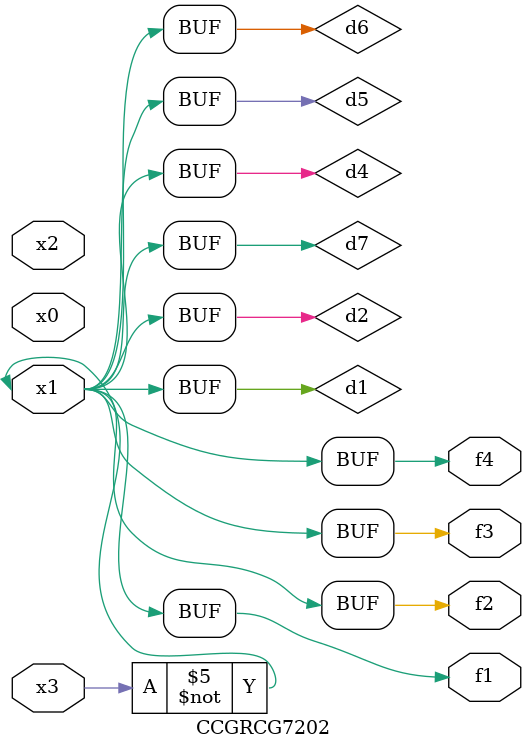
<source format=v>
module CCGRCG7202(
	input x0, x1, x2, x3,
	output f1, f2, f3, f4
);

	wire d1, d2, d3, d4, d5, d6, d7;

	not (d1, x3);
	buf (d2, x1);
	xnor (d3, d1, d2);
	nor (d4, d1);
	buf (d5, d1, d2);
	buf (d6, d4, d5);
	nand (d7, d4);
	assign f1 = d6;
	assign f2 = d7;
	assign f3 = d6;
	assign f4 = d6;
endmodule

</source>
